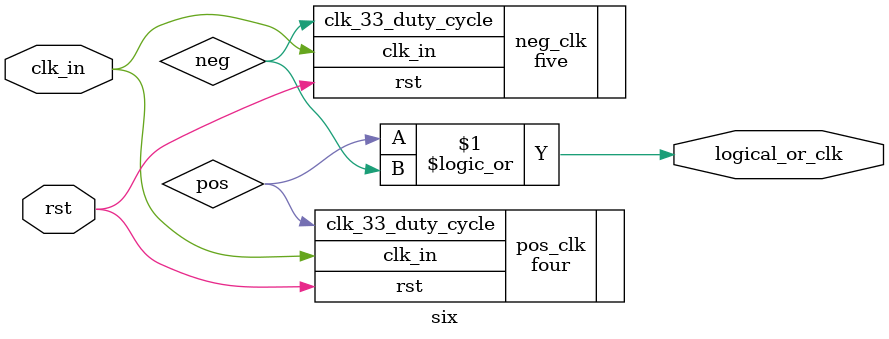
<source format=v>
`timescale 1ns / 1ps
module six(
	input clk_in,
	input rst,
	output logical_or_clk
    );
wire pos;
wire neg;
assign logical_or_clk = pos || neg;
four pos_clk(
	.clk_in (clk_in),
	.rst (rst),
	.clk_33_duty_cycle(pos)
);

five neg_clk(
	.clk_in (clk_in),
	.rst (rst),
	.clk_33_duty_cycle(neg)
);
endmodule

</source>
